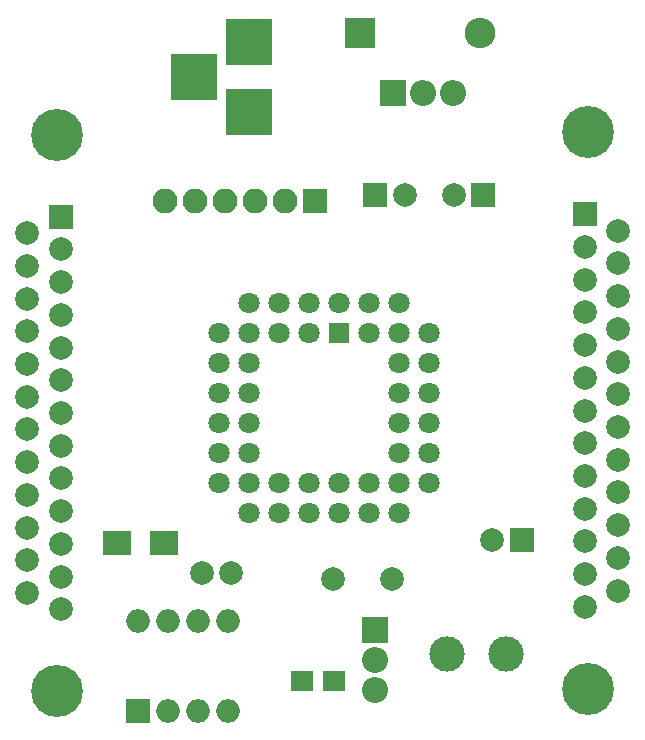
<source format=gts>
G04 #@! TF.FileFunction,Soldermask,Top*
%FSLAX46Y46*%
G04 Gerber Fmt 4.6, Leading zero omitted, Abs format (unit mm)*
G04 Created by KiCad (PCBNEW 4.0.7-e2-6376~58~ubuntu16.04.1) date Sat Dec  9 11:07:45 2023*
%MOMM*%
%LPD*%
G01*
G04 APERTURE LIST*
%ADD10C,0.100000*%
%ADD11R,2.000000X2.000000*%
%ADD12C,2.000000*%
%ADD13R,2.600000X2.600000*%
%ADD14O,2.600000X2.600000*%
%ADD15R,3.900000X3.900000*%
%ADD16C,4.400000*%
%ADD17R,2.100000X2.100000*%
%ADD18O,2.100000X2.100000*%
%ADD19R,2.400000X2.100000*%
%ADD20C,3.000000*%
%ADD21R,2.200000X2.200000*%
%ADD22O,2.200000X2.200000*%
%ADD23R,1.900000X1.700000*%
%ADD24R,1.797000X1.797000*%
%ADD25C,1.797000*%
%ADD26O,2.000000X2.000000*%
G04 APERTURE END LIST*
D10*
D11*
X119888000Y-54102000D03*
D12*
X122388000Y-54102000D03*
D11*
X129032000Y-54102000D03*
D12*
X126532000Y-54102000D03*
X116332000Y-86614000D03*
X121332000Y-86614000D03*
X105196000Y-86106000D03*
X107696000Y-86106000D03*
D11*
X132294000Y-83312000D03*
D12*
X129794000Y-83312000D03*
D13*
X118618000Y-40386000D03*
D14*
X128778000Y-40386000D03*
D15*
X109220000Y-47148000D03*
X109220000Y-41148000D03*
X104520000Y-44148000D03*
D11*
X93264000Y-55981000D03*
D12*
X93264000Y-58751000D03*
X93264000Y-61521000D03*
X93264000Y-64291000D03*
X93264000Y-67061000D03*
X93264000Y-69831000D03*
X93264000Y-72601000D03*
X93264000Y-75371000D03*
X93264000Y-78141000D03*
X93264000Y-80911000D03*
X93264000Y-83681000D03*
X93264000Y-86451000D03*
X93264000Y-89221000D03*
X90424000Y-57366000D03*
X90424000Y-60136000D03*
X90424000Y-62906000D03*
X90424000Y-65676000D03*
X90424000Y-68446000D03*
X90424000Y-71216000D03*
X90424000Y-73986000D03*
X90424000Y-76756000D03*
X90424000Y-79526000D03*
X90424000Y-82296000D03*
X90424000Y-85066000D03*
X90424000Y-87836000D03*
D16*
X92964000Y-49051000D03*
X92964000Y-96151000D03*
D17*
X114808000Y-54610000D03*
D18*
X112268000Y-54610000D03*
X109728000Y-54610000D03*
X107188000Y-54610000D03*
X104648000Y-54610000D03*
X102108000Y-54610000D03*
D11*
X137622000Y-55775000D03*
D12*
X137622000Y-58545000D03*
X137622000Y-61315000D03*
X137622000Y-64085000D03*
X137622000Y-66855000D03*
X137622000Y-69625000D03*
X137622000Y-72395000D03*
X137622000Y-75165000D03*
X137622000Y-77935000D03*
X137622000Y-80705000D03*
X137622000Y-83475000D03*
X137622000Y-86245000D03*
X137622000Y-89015000D03*
X140462000Y-57160000D03*
X140462000Y-59930000D03*
X140462000Y-62700000D03*
X140462000Y-65470000D03*
X140462000Y-68240000D03*
X140462000Y-71010000D03*
X140462000Y-73780000D03*
X140462000Y-76550000D03*
X140462000Y-79320000D03*
X140462000Y-82090000D03*
X140462000Y-84860000D03*
X140462000Y-87630000D03*
D16*
X137922000Y-95945000D03*
X137922000Y-48845000D03*
D19*
X98044000Y-83566000D03*
X102044000Y-83566000D03*
D20*
X125984000Y-92964000D03*
X130984000Y-92964000D03*
D21*
X119888000Y-90932000D03*
D22*
X119888000Y-93472000D03*
X119888000Y-96012000D03*
D23*
X116398000Y-95250000D03*
X113698000Y-95250000D03*
D21*
X121412000Y-45466000D03*
D22*
X123952000Y-45466000D03*
X126492000Y-45466000D03*
D24*
X116840000Y-65786000D03*
D25*
X114300000Y-63246000D03*
X114300000Y-65786000D03*
X111760000Y-63246000D03*
X111760000Y-65786000D03*
X109220000Y-63246000D03*
X106680000Y-65786000D03*
X109220000Y-65786000D03*
X106680000Y-68326000D03*
X109220000Y-68326000D03*
X106680000Y-70866000D03*
X109220000Y-70866000D03*
X106680000Y-73406000D03*
X109220000Y-73406000D03*
X106680000Y-75946000D03*
X109220000Y-75946000D03*
X106680000Y-78486000D03*
X109220000Y-81026000D03*
X109220000Y-78486000D03*
X111760000Y-81026000D03*
X111760000Y-78486000D03*
X114300000Y-81026000D03*
X114300000Y-78486000D03*
X116840000Y-81026000D03*
X116840000Y-78486000D03*
X119380000Y-81026000D03*
X119380000Y-78486000D03*
X121920000Y-81026000D03*
X124460000Y-78486000D03*
X121920000Y-78486000D03*
X124460000Y-75946000D03*
X121920000Y-75946000D03*
X124460000Y-73406000D03*
X121920000Y-73406000D03*
X124460000Y-70866000D03*
X121920000Y-70866000D03*
X124460000Y-68326000D03*
X121920000Y-68326000D03*
X124460000Y-65786000D03*
X121920000Y-63246000D03*
X121920000Y-65786000D03*
X119380000Y-63246000D03*
X119380000Y-65786000D03*
X116840000Y-63246000D03*
D11*
X99822000Y-97790000D03*
D26*
X107442000Y-90170000D03*
X102362000Y-97790000D03*
X104902000Y-90170000D03*
X104902000Y-97790000D03*
X102362000Y-90170000D03*
X107442000Y-97790000D03*
X99822000Y-90170000D03*
M02*

</source>
